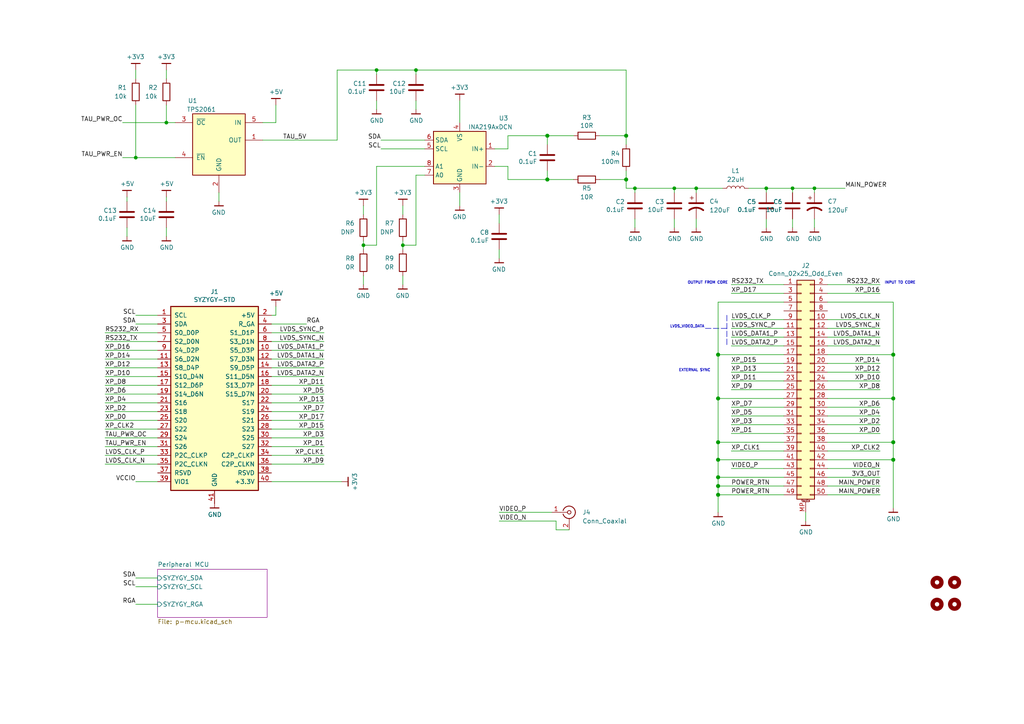
<source format=kicad_sch>
(kicad_sch (version 20201015) (generator eeschema)
  (paper "A4")
  (title_block (title "SYZYGY Tau2 Breakout") (date "2020-12-23") (rev "r1.0") (company "GsD - @gregdavill") (comment 1 "SYZYGY Pod"))
  (lib_symbols
    (symbol "Analog_ADC:INA219AxDCN"
      (property "Reference" "U" (at -6.35 8.89 0))
      (property "Value" "INA219AxDCN" (at 6.35 8.89 0))
      (symbol "INA219AxDCN_0_1"
        (rectangle (start -7.62 7.62) (end 7.62 -7.62) (stroke (width 0.254)) (fill (type background)))
      )
      (symbol "INA219AxDCN_1_1"
        (pin input line (at -10.16 2.54 0) (length 2.54) (name "IN+") (number "1"))
        (pin input line (at -10.16 -2.54 0) (length 2.54) (name "IN-") (number "2"))
        (pin power_in line (at 0 -10.16 90) (length 2.54) (name "GND") (number "3"))
        (pin power_in line (at 0 10.16 270) (length 2.54) (name "VS") (number "4"))
        (pin input line (at 10.16 2.54 180) (length 2.54) (name "SCL") (number "5"))
        (pin bidirectional line (at 10.16 5.08 180) (length 2.54) (name "SDA") (number "6"))
        (pin input line (at 10.16 -5.08 180) (length 2.54) (name "A0") (number "7"))
        (pin input line (at 10.16 -2.54 180) (length 2.54) (name "A1") (number "8"))
      )
    )
    (symbol "Connector:Conn_Coaxial" (pin_names (offset 1.016) hide)
      (property "Reference" "J" (at 0.254 3.048 0))
      (property "Value" "Conn_Coaxial" (at 2.921 0 90))
      (symbol "Conn_Coaxial_0_1"
        (arc (start -1.778 0.508) (end 1.778 0) (radius (at -0.0508 0) (length 1.8034) (angles 163.6 0)) (stroke (width 0.254)))
        (arc (start 1.778 0) (end -1.778 -0.508) (radius (at -0.0254 0) (length 1.8034) (angles 0 -163.8)) (stroke (width 0.254)))
        (circle (center 0 0) (radius 0.508) (stroke (width 0.2032)))
        (polyline (pts (xy -2.54 0) (xy -0.508 0)))
        (polyline (pts (xy 0 -2.54) (xy 0 -1.778)))
      )
      (symbol "Conn_Coaxial_1_1"
        (pin passive line (at -5.08 0 0) (length 2.54) (name "In") (number "1"))
        (pin passive line (at 0 -5.08 90) (length 2.54) (name "Ext") (number "2"))
      )
    )
    (symbol "Connector_Generic_MountingPin:Conn_02x25_Odd_Even_MountingPin" (pin_names (offset 1.016) hide)
      (property "Reference" "J" (at 1.27 33.02 0))
      (property "Value" "Conn_02x25_Odd_Even_MountingPin" (at 2.54 -33.02 0))
      (symbol "Conn_02x25_Odd_Even_MountingPin_1_1"
        (text "Mounting" (at 1.27 -32.131 0) (effects (font (size 0.381 0.381))))
        (rectangle (start -1.27 -27.813) (end 0 -28.067) (stroke (width 0.1524)))
        (rectangle (start -1.27 -30.353) (end 0 -30.607) (stroke (width 0.1524)))
        (rectangle (start -1.27 -4.953) (end 0 -5.207) (stroke (width 0.1524)))
        (rectangle (start -1.27 -7.493) (end 0 -7.747) (stroke (width 0.1524)))
        (rectangle (start -1.27 -10.033) (end 0 -10.287) (stroke (width 0.1524)))
        (rectangle (start -1.27 -12.573) (end 0 -12.827) (stroke (width 0.1524)))
        (rectangle (start -1.27 -15.113) (end 0 -15.367) (stroke (width 0.1524)))
        (rectangle (start -1.27 -17.653) (end 0 -17.907) (stroke (width 0.1524)))
        (rectangle (start -1.27 -20.193) (end 0 -20.447) (stroke (width 0.1524)))
        (rectangle (start -1.27 -22.733) (end 0 -22.987) (stroke (width 0.1524)))
        (rectangle (start -1.27 -2.413) (end 0 -2.667) (stroke (width 0.1524)))
        (rectangle (start -1.27 -25.273) (end 0 -25.527) (stroke (width 0.1524)))
        (rectangle (start -1.27 25.527) (end 0 25.273) (stroke (width 0.1524)))
        (rectangle (start -1.27 2.667) (end 0 2.413) (stroke (width 0.1524)))
        (rectangle (start -1.27 28.067) (end 0 27.813) (stroke (width 0.1524)))
        (rectangle (start -1.27 30.607) (end 0 30.353) (stroke (width 0.1524)))
        (rectangle (start -1.27 31.75) (end 3.81 -31.75) (stroke (width 0.254)) (fill (type background)))
        (rectangle (start -1.27 5.207) (end 0 4.953) (stroke (width 0.1524)))
        (rectangle (start -1.27 7.747) (end 0 7.493) (stroke (width 0.1524)))
        (rectangle (start -1.27 10.287) (end 0 10.033) (stroke (width 0.1524)))
        (rectangle (start -1.27 0.127) (end 0 -0.127) (stroke (width 0.1524)))
        (rectangle (start -1.27 12.827) (end 0 12.573) (stroke (width 0.1524)))
        (rectangle (start -1.27 15.367) (end 0 15.113) (stroke (width 0.1524)))
        (rectangle (start -1.27 17.907) (end 0 17.653) (stroke (width 0.1524)))
        (rectangle (start -1.27 20.447) (end 0 20.193) (stroke (width 0.1524)))
        (rectangle (start -1.27 22.987) (end 0 22.733) (stroke (width 0.1524)))
        (rectangle (start 3.81 -27.813) (end 2.54 -28.067) (stroke (width 0.1524)))
        (rectangle (start 3.81 -30.353) (end 2.54 -30.607) (stroke (width 0.1524)))
        (rectangle (start 3.81 -4.953) (end 2.54 -5.207) (stroke (width 0.1524)))
        (rectangle (start 3.81 -7.493) (end 2.54 -7.747) (stroke (width 0.1524)))
        (rectangle (start 3.81 -10.033) (end 2.54 -10.287) (stroke (width 0.1524)))
        (rectangle (start 3.81 -12.573) (end 2.54 -12.827) (stroke (width 0.1524)))
        (rectangle (start 3.81 -15.113) (end 2.54 -15.367) (stroke (width 0.1524)))
        (rectangle (start 3.81 -17.653) (end 2.54 -17.907) (stroke (width 0.1524)))
        (rectangle (start 3.81 -20.193) (end 2.54 -20.447) (stroke (width 0.1524)))
        (rectangle (start 3.81 -22.733) (end 2.54 -22.987) (stroke (width 0.1524)))
        (rectangle (start 3.81 -2.413) (end 2.54 -2.667) (stroke (width 0.1524)))
        (rectangle (start 3.81 -25.273) (end 2.54 -25.527) (stroke (width 0.1524)))
        (rectangle (start 3.81 25.527) (end 2.54 25.273) (stroke (width 0.1524)))
        (rectangle (start 3.81 2.667) (end 2.54 2.413) (stroke (width 0.1524)))
        (rectangle (start 3.81 28.067) (end 2.54 27.813) (stroke (width 0.1524)))
        (rectangle (start 3.81 30.607) (end 2.54 30.353) (stroke (width 0.1524)))
        (rectangle (start 3.81 5.207) (end 2.54 4.953) (stroke (width 0.1524)))
        (rectangle (start 3.81 7.747) (end 2.54 7.493) (stroke (width 0.1524)))
        (rectangle (start 3.81 10.287) (end 2.54 10.033) (stroke (width 0.1524)))
        (rectangle (start 3.81 0.127) (end 2.54 -0.127) (stroke (width 0.1524)))
        (rectangle (start 3.81 12.827) (end 2.54 12.573) (stroke (width 0.1524)))
        (rectangle (start 3.81 15.367) (end 2.54 15.113) (stroke (width 0.1524)))
        (rectangle (start 3.81 17.907) (end 2.54 17.653) (stroke (width 0.1524)))
        (rectangle (start 3.81 20.447) (end 2.54 20.193) (stroke (width 0.1524)))
        (rectangle (start 3.81 22.987) (end 2.54 22.733) (stroke (width 0.1524)))
        (polyline (pts (xy 0.254 -32.512) (xy 2.286 -32.512)) (stroke (width 0.1524)))
        (pin passive line (at 1.27 -35.56 90) (length 3.048) (name "MountPin") (number "MP"))
        (pin passive line (at -5.08 30.48 0) (length 3.81) (name "Pin_1") (number "1"))
        (pin passive line (at 7.62 20.32 180) (length 3.81) (name "Pin_10") (number "10"))
        (pin passive line (at -5.08 17.78 0) (length 3.81) (name "Pin_11") (number "11"))
        (pin passive line (at 7.62 17.78 180) (length 3.81) (name "Pin_12") (number "12"))
        (pin passive line (at -5.08 15.24 0) (length 3.81) (name "Pin_13") (number "13"))
        (pin passive line (at 7.62 15.24 180) (length 3.81) (name "Pin_14") (number "14"))
        (pin passive line (at -5.08 12.7 0) (length 3.81) (name "Pin_15") (number "15"))
        (pin passive line (at 7.62 12.7 180) (length 3.81) (name "Pin_16") (number "16"))
        (pin passive line (at -5.08 10.16 0) (length 3.81) (name "Pin_17") (number "17"))
        (pin passive line (at 7.62 10.16 180) (length 3.81) (name "Pin_18") (number "18"))
        (pin passive line (at -5.08 7.62 0) (length 3.81) (name "Pin_19") (number "19"))
        (pin passive line (at 7.62 30.48 180) (length 3.81) (name "Pin_2") (number "2"))
        (pin passive line (at 7.62 7.62 180) (length 3.81) (name "Pin_20") (number "20"))
        (pin passive line (at -5.08 5.08 0) (length 3.81) (name "Pin_21") (number "21"))
        (pin passive line (at 7.62 5.08 180) (length 3.81) (name "Pin_22") (number "22"))
        (pin passive line (at -5.08 2.54 0) (length 3.81) (name "Pin_23") (number "23"))
        (pin passive line (at 7.62 2.54 180) (length 3.81) (name "Pin_24") (number "24"))
        (pin passive line (at -5.08 0 0) (length 3.81) (name "Pin_25") (number "25"))
        (pin passive line (at 7.62 0 180) (length 3.81) (name "Pin_26") (number "26"))
        (pin passive line (at -5.08 -2.54 0) (length 3.81) (name "Pin_27") (number "27"))
        (pin passive line (at 7.62 -2.54 180) (length 3.81) (name "Pin_28") (number "28"))
        (pin passive line (at -5.08 -5.08 0) (length 3.81) (name "Pin_29") (number "29"))
        (pin passive line (at -5.08 27.94 0) (length 3.81) (name "Pin_3") (number "3"))
        (pin passive line (at 7.62 -5.08 180) (length 3.81) (name "Pin_30") (number "30"))
        (pin passive line (at -5.08 -7.62 0) (length 3.81) (name "Pin_31") (number "31"))
        (pin passive line (at 7.62 -7.62 180) (length 3.81) (name "Pin_32") (number "32"))
        (pin passive line (at -5.08 -10.16 0) (length 3.81) (name "Pin_33") (number "33"))
        (pin passive line (at 7.62 -10.16 180) (length 3.81) (name "Pin_34") (number "34"))
        (pin passive line (at -5.08 -12.7 0) (length 3.81) (name "Pin_35") (number "35"))
        (pin passive line (at 7.62 -12.7 180) (length 3.81) (name "Pin_36") (number "36"))
        (pin passive line (at -5.08 -15.24 0) (length 3.81) (name "Pin_37") (number "37"))
        (pin passive line (at 7.62 -15.24 180) (length 3.81) (name "Pin_38") (number "38"))
        (pin passive line (at -5.08 -17.78 0) (length 3.81) (name "Pin_39") (number "39"))
        (pin passive line (at 7.62 27.94 180) (length 3.81) (name "Pin_4") (number "4"))
        (pin passive line (at 7.62 -17.78 180) (length 3.81) (name "Pin_40") (number "40"))
        (pin passive line (at -5.08 -20.32 0) (length 3.81) (name "Pin_41") (number "41"))
        (pin passive line (at 7.62 -20.32 180) (length 3.81) (name "Pin_42") (number "42"))
        (pin passive line (at -5.08 -22.86 0) (length 3.81) (name "Pin_43") (number "43"))
        (pin passive line (at 7.62 -22.86 180) (length 3.81) (name "Pin_44") (number "44"))
        (pin passive line (at -5.08 -25.4 0) (length 3.81) (name "Pin_45") (number "45"))
        (pin passive line (at 7.62 -25.4 180) (length 3.81) (name "Pin_46") (number "46"))
        (pin passive line (at -5.08 -27.94 0) (length 3.81) (name "Pin_47") (number "47"))
        (pin passive line (at 7.62 -27.94 180) (length 3.81) (name "Pin_48") (number "48"))
        (pin passive line (at -5.08 -30.48 0) (length 3.81) (name "Pin_49") (number "49"))
        (pin passive line (at -5.08 25.4 0) (length 3.81) (name "Pin_5") (number "5"))
        (pin passive line (at 7.62 -30.48 180) (length 3.81) (name "Pin_50") (number "50"))
        (pin passive line (at 7.62 25.4 180) (length 3.81) (name "Pin_6") (number "6"))
        (pin passive line (at -5.08 22.86 0) (length 3.81) (name "Pin_7") (number "7"))
        (pin passive line (at 7.62 22.86 180) (length 3.81) (name "Pin_8") (number "8"))
        (pin passive line (at -5.08 20.32 0) (length 3.81) (name "Pin_9") (number "9"))
      )
    )
    (symbol "Device:C" (pin_numbers hide) (pin_names (offset 0.254))
      (property "Reference" "C" (at 0.635 2.54 0))
      (property "Value" "C" (at 0.635 -2.54 0))
      (symbol "C_0_1"
        (polyline (pts (xy -2.032 -0.762) (xy 2.032 -0.762)) (stroke (width 0.508)))
        (polyline (pts (xy -2.032 0.762) (xy 2.032 0.762)) (stroke (width 0.508)))
      )
      (symbol "C_1_1"
        (pin passive line (at 0 3.81 270) (length 2.794) (name "~") (number "1"))
        (pin passive line (at 0 -3.81 90) (length 2.794) (name "~") (number "2"))
      )
    )
    (symbol "Device:CP1" (pin_numbers hide) (pin_names (offset 0.254) hide)
      (property "Reference" "C" (at 0.635 2.54 0))
      (property "Value" "CP1" (at 0.635 -2.54 0))
      (symbol "CP1_0_1"
        (arc (start -2.032 -1.27) (end 2.032 -1.27) (radius (at 0 -3.81) (length 3.2512) (angles 128.7 51.3)) (stroke (width 0.508)))
        (polyline (pts (xy -2.032 0.762) (xy 2.032 0.762)) (stroke (width 0.508)))
        (polyline (pts (xy -1.778 2.286) (xy -0.762 2.286)))
        (polyline (pts (xy -1.27 1.778) (xy -1.27 2.794)))
      )
      (symbol "CP1_1_1"
        (pin passive line (at 0 3.81 270) (length 2.794) (name "~") (number "1"))
        (pin passive line (at 0 -3.81 90) (length 3.302) (name "~") (number "2"))
      )
    )
    (symbol "Device:L" (pin_numbers hide) (pin_names (offset 1.016) hide)
      (property "Reference" "L" (at -1.27 0 90))
      (property "Value" "L" (at 1.905 0 90))
      (symbol "L_0_1"
        (arc (start 0 -2.54) (end 0 -1.27) (radius (at 0 -1.905) (length 0.635) (angles -89.9 89.9)))
        (arc (start 0 -1.27) (end 0 0) (radius (at 0 -0.635) (length 0.635) (angles -89.9 89.9)))
        (arc (start 0 0) (end 0 1.27) (radius (at 0 0.635) (length 0.635) (angles -89.9 89.9)))
        (arc (start 0 1.27) (end 0 2.54) (radius (at 0 1.905) (length 0.635) (angles -89.9 89.9)))
      )
      (symbol "L_1_1"
        (pin passive line (at 0 3.81 270) (length 1.27) (name "1") (number "1"))
        (pin passive line (at 0 -3.81 90) (length 1.27) (name "2") (number "2"))
      )
    )
    (symbol "Device:R" (pin_numbers hide) (pin_names (offset 0))
      (property "Reference" "R" (at 2.032 0 90))
      (property "Value" "R" (at 0 0 90))
      (symbol "R_0_1"
        (rectangle (start -1.016 -2.54) (end 1.016 2.54) (stroke (width 0.254)))
      )
      (symbol "R_1_1"
        (pin passive line (at 0 3.81 270) (length 1.27) (name "~") (number "1"))
        (pin passive line (at 0 -3.81 90) (length 1.27) (name "~") (number "2"))
      )
    )
    (symbol "Mechanical:MountingHole" (pin_names (offset 1.016))
      (property "Reference" "H" (at 0 5.08 0))
      (property "Value" "MountingHole" (at 0 3.175 0))
      (symbol "MountingHole_0_1"
        (circle (center 0 0) (radius 1.27) (stroke (width 1.27)))
      )
    )
    (symbol "Power_Management:TPS2041B" (pin_names (offset 1.016))
      (property "Reference" "U" (at 0 10.795 0))
      (property "Value" "TPS2041B" (at 0 8.89 0))
      (symbol "TPS2041B_0_1"
        (rectangle (start -7.62 7.62) (end 7.62 -10.16) (stroke (width 0.254)) (fill (type background)))
      )
      (symbol "TPS2041B_1_1"
        (pin power_out line (at 12.7 0 180) (length 5.08) (name "OUT") (number "1"))
        (pin power_in line (at 0 -15.24 90) (length 5.08) (name "GND") (number "2"))
        (pin open_collector line (at -12.7 5.08 0) (length 5.08) (name "~OC") (number "3"))
        (pin input line (at -12.7 -5.08 0) (length 5.08) (name "~EN") (number "4"))
        (pin power_in line (at 12.7 5.08 180) (length 5.08) (name "IN") (number "5"))
      )
    )
    (symbol "gkl_power:+3V3" (power) (pin_names (offset 0))
      (property "Value" "+3V3" (at 0 3.556 0))
      (symbol "+3V3_0_1"
        (polyline (pts (xy -1.27 1.905) (xy 1.27 1.905)) (stroke (width 0.3048)))
        (polyline (pts (xy 0 0) (xy 0 1.905)))
      )
      (symbol "+3V3_1_1"
        (pin power_in line (at 0 0 90) (length 0) hide (name "+3V3") (number "1"))
      )
    )
    (symbol "gkl_power:+5V" (power) (pin_names (offset 0))
      (property "Value" "+5V" (at 0 3.175 0))
      (symbol "+5V_0_1"
        (polyline (pts (xy -1.27 1.905) (xy 1.27 1.905)) (stroke (width 0.3048)))
        (polyline (pts (xy 0 0) (xy 0 1.905)))
      )
      (symbol "+5V_1_1"
        (pin power_in line (at 0 0 90) (length 0) hide (name "+5V") (number "1"))
      )
    )
    (symbol "gkl_power:GND" (power) (pin_names (offset 0))
      (property "Value" "GND" (at 0 -2.54 0))
      (symbol "GND_0_1"
        (polyline (pts (xy 0 -1.27) (xy 0 0)))
        (polyline (pts (xy 1.27 -1.27) (xy -1.27 -1.27)) (stroke (width 0.3048)))
      )
      (symbol "GND_1_1"
        (pin power_in line (at 0 0 270) (length 0) hide (name "GND") (number "1"))
      )
    )
    (symbol "gsd-kicad:SYZYGY-STD" (pin_names (offset 1.016))
      (property "Reference" "J" (at 0 27.94 0))
      (property "Value" "SYZYGY-STD" (at 0 25.4 0))
      (symbol "SYZYGY-STD_0_1"
        (rectangle (start -12.7 24.13) (end 12.7 -29.21) (stroke (width 0.3302)) (fill (type background)))
      )
      (symbol "SYZYGY-STD_1_1"
        (pin input line (at -16.51 21.59 0) (length 3.81) (name "SCL") (number "1"))
        (pin input line (at 16.51 11.43 180) (length 3.81) (name "S5_D3P") (number "10"))
        (pin input line (at -16.51 8.89 0) (length 3.81) (name "S6_D2N") (number "11"))
        (pin input line (at 16.51 8.89 180) (length 3.81) (name "S7_D3N") (number "12"))
        (pin input line (at -16.51 6.35 0) (length 3.81) (name "S8_D4P") (number "13"))
        (pin input line (at 16.51 6.35 180) (length 3.81) (name "S9_D5P") (number "14"))
        (pin input line (at -16.51 3.81 0) (length 3.81) (name "S10_D4N") (number "15"))
        (pin input line (at 16.51 3.81 180) (length 3.81) (name "S11_D5N") (number "16"))
        (pin input line (at -16.51 1.27 0) (length 3.81) (name "S12_D6P") (number "17"))
        (pin input line (at 16.51 1.27 180) (length 3.81) (name "S13_D7P") (number "18"))
        (pin input line (at -16.51 -1.27 0) (length 3.81) (name "S14_D6N") (number "19"))
        (pin input line (at 16.51 21.59 180) (length 3.81) (name "+5V") (number "2"))
        (pin input line (at 16.51 -1.27 180) (length 3.81) (name "S15_D7N") (number "20"))
        (pin input line (at -16.51 -3.81 0) (length 3.81) (name "S16") (number "21"))
        (pin input line (at 16.51 -3.81 180) (length 3.81) (name "S17") (number "22"))
        (pin input line (at -16.51 -6.35 0) (length 3.81) (name "S18") (number "23"))
        (pin input line (at 16.51 -6.35 180) (length 3.81) (name "S19") (number "24"))
        (pin input line (at -16.51 -8.89 0) (length 3.81) (name "S20") (number "25"))
        (pin input line (at 16.51 -8.89 180) (length 3.81) (name "S21") (number "26"))
        (pin input line (at -16.51 -11.43 0) (length 3.81) (name "S22") (number "27"))
        (pin input line (at 16.51 -11.43 180) (length 3.81) (name "S23") (number "28"))
        (pin input line (at -16.51 -13.97 0) (length 3.81) (name "S24") (number "29"))
        (pin input line (at -16.51 19.05 0) (length 3.81) (name "SDA") (number "3"))
        (pin input line (at 16.51 -13.97 180) (length 3.81) (name "S25") (number "30"))
        (pin input line (at -16.51 -16.51 0) (length 3.81) (name "S26") (number "31"))
        (pin input line (at 16.51 -16.51 180) (length 3.81) (name "S27") (number "32"))
        (pin input line (at -16.51 -19.05 0) (length 3.81) (name "P2C_CLKP") (number "33"))
        (pin input line (at 16.51 -19.05 180) (length 3.81) (name "C2P_CLKP") (number "34"))
        (pin input line (at -16.51 -21.59 0) (length 3.81) (name "P2C_CLKN") (number "35"))
        (pin input line (at 16.51 -21.59 180) (length 3.81) (name "C2P_CLKN") (number "36"))
        (pin input line (at -16.51 -24.13 0) (length 3.81) (name "RSVD") (number "37"))
        (pin input line (at 16.51 -24.13 180) (length 3.81) (name "RSVD") (number "38"))
        (pin input line (at -16.51 -26.67 0) (length 3.81) (name "VIO1") (number "39"))
        (pin input line (at 16.51 19.05 180) (length 3.81) (name "R_GA") (number "4"))
        (pin input line (at 16.51 -26.67 180) (length 3.81) (name "+3.3V") (number "40"))
        (pin input line (at 0 -33.02 90) (length 3.81) (name "GND") (number "41"))
        (pin input line (at -16.51 16.51 0) (length 3.81) (name "S0_D0P") (number "5"))
        (pin input line (at 16.51 16.51 180) (length 3.81) (name "S1_D1P") (number "6"))
        (pin input line (at -16.51 13.97 0) (length 3.81) (name "S2_D0N") (number "7"))
        (pin input line (at 16.51 13.97 180) (length 3.81) (name "S3_D1N") (number "8"))
        (pin input line (at -16.51 11.43 0) (length 3.81) (name "S4_D2P") (number "9"))
      )
    )
  )
  (bus_alias "GPDI" (members "CK_N" "CK_P" "D0_N" "D0_P" "D1_N" "D1_P" "D2_N" "D2_P"))
  (junction (at 39.37 45.72) (diameter 0.9144))
  (junction (at 48.26 35.56) (diameter 0.9144))
  (junction (at 105.41 71.12) (diameter 0.9144))
  (junction (at 109.22 20.32) (diameter 0.9144))
  (junction (at 116.84 71.12) (diameter 0.9144))
  (junction (at 120.65 20.32) (diameter 0.9144))
  (junction (at 158.75 39.37) (diameter 1.016))
  (junction (at 158.75 52.07) (diameter 1.016))
  (junction (at 181.61 39.37) (diameter 1.016))
  (junction (at 181.61 52.07) (diameter 1.016))
  (junction (at 184.15 54.61) (diameter 0.9144))
  (junction (at 195.58 54.61) (diameter 0.9144))
  (junction (at 201.93 54.61) (diameter 0.9144))
  (junction (at 208.28 102.87) (diameter 1.016))
  (junction (at 208.28 115.57) (diameter 1.016))
  (junction (at 208.28 128.27) (diameter 1.016))
  (junction (at 208.28 133.35) (diameter 1.016))
  (junction (at 208.28 138.43) (diameter 1.016))
  (junction (at 208.28 140.97) (diameter 1.016))
  (junction (at 208.28 143.51) (diameter 1.016))
  (junction (at 222.25 54.61) (diameter 0.9144))
  (junction (at 229.87 54.61) (diameter 0.9144))
  (junction (at 236.22 54.61) (diameter 0.9144))
  (junction (at 259.08 102.87) (diameter 1.016))
  (junction (at 259.08 115.57) (diameter 1.016))
  (junction (at 259.08 128.27) (diameter 1.016))
  (junction (at 259.08 133.35) (diameter 1.016))
  (wire (pts (xy 30.48 96.52) (xy 45.72 96.52)))
  (wire (pts (xy 30.48 127) (xy 45.72 127)))
  (wire (pts (xy 30.48 129.54) (xy 45.72 129.54)))
  (wire (pts (xy 35.56 35.56) (xy 48.26 35.56)))
  (wire (pts (xy 35.56 45.72) (xy 39.37 45.72)))
  (wire (pts (xy 36.83 57.15) (xy 36.83 58.42)))
  (wire (pts (xy 36.83 66.04) (xy 36.83 68.58)))
  (wire (pts (xy 39.37 20.32) (xy 39.37 22.86)))
  (wire (pts (xy 39.37 30.48) (xy 39.37 45.72)))
  (wire (pts (xy 39.37 45.72) (xy 50.8 45.72)))
  (wire (pts (xy 45.72 91.44) (xy 39.37 91.44)))
  (wire (pts (xy 45.72 93.98) (xy 39.37 93.98)))
  (wire (pts (xy 45.72 99.06) (xy 30.48 99.06)))
  (wire (pts (xy 45.72 101.6) (xy 30.48 101.6)))
  (wire (pts (xy 45.72 104.14) (xy 30.48 104.14)))
  (wire (pts (xy 45.72 106.68) (xy 30.48 106.68)))
  (wire (pts (xy 45.72 109.22) (xy 30.48 109.22)))
  (wire (pts (xy 45.72 111.76) (xy 30.48 111.76)))
  (wire (pts (xy 45.72 114.3) (xy 30.48 114.3)))
  (wire (pts (xy 45.72 116.84) (xy 30.48 116.84)))
  (wire (pts (xy 45.72 119.38) (xy 30.48 119.38)))
  (wire (pts (xy 45.72 121.92) (xy 30.48 121.92)))
  (wire (pts (xy 45.72 124.46) (xy 30.48 124.46)))
  (wire (pts (xy 45.72 132.08) (xy 30.48 132.08)))
  (wire (pts (xy 45.72 134.62) (xy 30.48 134.62)))
  (wire (pts (xy 45.72 139.7) (xy 39.37 139.7)))
  (wire (pts (xy 45.72 167.64) (xy 39.37 167.64)))
  (wire (pts (xy 45.72 170.18) (xy 39.37 170.18)))
  (wire (pts (xy 45.72 175.26) (xy 39.37 175.26)))
  (wire (pts (xy 48.26 20.32) (xy 48.26 22.86)))
  (wire (pts (xy 48.26 30.48) (xy 48.26 35.56)))
  (wire (pts (xy 48.26 35.56) (xy 50.8 35.56)))
  (wire (pts (xy 48.26 57.15) (xy 48.26 58.42)))
  (wire (pts (xy 48.26 66.04) (xy 48.26 68.58)))
  (wire (pts (xy 63.5 55.88) (xy 63.5 58.42)))
  (wire (pts (xy 76.2 35.56) (xy 80.01 35.56)))
  (wire (pts (xy 76.2 40.64) (xy 97.79 40.64)))
  (wire (pts (xy 78.74 91.44) (xy 80.01 91.44)))
  (wire (pts (xy 78.74 93.98) (xy 88.9 93.98)))
  (wire (pts (xy 78.74 96.52) (xy 93.98 96.52)))
  (wire (pts (xy 78.74 99.06) (xy 93.98 99.06)))
  (wire (pts (xy 78.74 101.6) (xy 93.98 101.6)))
  (wire (pts (xy 78.74 104.14) (xy 93.98 104.14)))
  (wire (pts (xy 78.74 106.68) (xy 93.98 106.68)))
  (wire (pts (xy 78.74 109.22) (xy 93.98 109.22)))
  (wire (pts (xy 78.74 111.76) (xy 93.98 111.76)))
  (wire (pts (xy 78.74 114.3) (xy 93.98 114.3)))
  (wire (pts (xy 78.74 116.84) (xy 93.98 116.84)))
  (wire (pts (xy 78.74 119.38) (xy 93.98 119.38)))
  (wire (pts (xy 78.74 121.92) (xy 93.98 121.92)))
  (wire (pts (xy 78.74 124.46) (xy 93.98 124.46)))
  (wire (pts (xy 78.74 127) (xy 93.98 127)))
  (wire (pts (xy 78.74 129.54) (xy 93.98 129.54)))
  (wire (pts (xy 78.74 132.08) (xy 93.98 132.08)))
  (wire (pts (xy 78.74 134.62) (xy 93.98 134.62)))
  (wire (pts (xy 78.74 139.7) (xy 99.06 139.7)))
  (wire (pts (xy 80.01 30.48) (xy 80.01 35.56)))
  (wire (pts (xy 80.01 91.44) (xy 80.01 88.9)))
  (wire (pts (xy 97.79 20.32) (xy 109.22 20.32)))
  (wire (pts (xy 97.79 40.64) (xy 97.79 20.32)))
  (wire (pts (xy 105.41 59.69) (xy 105.41 62.23)))
  (wire (pts (xy 105.41 69.85) (xy 105.41 71.12)))
  (wire (pts (xy 105.41 71.12) (xy 105.41 72.39)))
  (wire (pts (xy 105.41 71.12) (xy 109.22 71.12)))
  (wire (pts (xy 105.41 80.01) (xy 105.41 82.55)))
  (wire (pts (xy 109.22 20.32) (xy 109.22 21.59)))
  (wire (pts (xy 109.22 20.32) (xy 120.65 20.32)))
  (wire (pts (xy 109.22 29.21) (xy 109.22 31.75)))
  (wire (pts (xy 109.22 48.26) (xy 123.19 48.26)))
  (wire (pts (xy 109.22 71.12) (xy 109.22 48.26)))
  (wire (pts (xy 116.84 59.69) (xy 116.84 62.23)))
  (wire (pts (xy 116.84 69.85) (xy 116.84 71.12)))
  (wire (pts (xy 116.84 71.12) (xy 116.84 72.39)))
  (wire (pts (xy 116.84 71.12) (xy 120.65 71.12)))
  (wire (pts (xy 116.84 80.01) (xy 116.84 82.55)))
  (wire (pts (xy 120.65 20.32) (xy 120.65 21.59)))
  (wire (pts (xy 120.65 20.32) (xy 181.61 20.32)))
  (wire (pts (xy 120.65 29.21) (xy 120.65 31.75)))
  (wire (pts (xy 120.65 50.8) (xy 123.19 50.8)))
  (wire (pts (xy 120.65 71.12) (xy 120.65 50.8)))
  (wire (pts (xy 123.19 40.64) (xy 110.49 40.64)))
  (wire (pts (xy 123.19 43.18) (xy 110.49 43.18)))
  (wire (pts (xy 133.35 35.56) (xy 133.35 29.21)))
  (wire (pts (xy 133.35 59.69) (xy 133.35 55.88)))
  (wire (pts (xy 144.78 64.77) (xy 144.78 62.23)))
  (wire (pts (xy 144.78 74.93) (xy 144.78 72.39)))
  (wire (pts (xy 144.78 151.13) (xy 161.29 151.13)))
  (wire (pts (xy 147.32 39.37) (xy 158.75 39.37)))
  (wire (pts (xy 147.32 43.18) (xy 143.51 43.18)))
  (wire (pts (xy 147.32 43.18) (xy 147.32 39.37)))
  (wire (pts (xy 147.32 48.26) (xy 143.51 48.26)))
  (wire (pts (xy 147.32 48.26) (xy 147.32 52.07)))
  (wire (pts (xy 147.32 52.07) (xy 158.75 52.07)))
  (wire (pts (xy 158.75 41.91) (xy 158.75 39.37)))
  (wire (pts (xy 158.75 49.53) (xy 158.75 52.07)))
  (wire (pts (xy 160.02 148.59) (xy 144.78 148.59)))
  (wire (pts (xy 161.29 151.13) (xy 161.29 153.67)))
  (wire (pts (xy 161.29 153.67) (xy 165.1 153.67)))
  (wire (pts (xy 166.37 39.37) (xy 158.75 39.37)))
  (wire (pts (xy 166.37 52.07) (xy 158.75 52.07)))
  (wire (pts (xy 181.61 20.32) (xy 181.61 39.37)))
  (wire (pts (xy 181.61 39.37) (xy 173.99 39.37)))
  (wire (pts (xy 181.61 39.37) (xy 181.61 41.91)))
  (wire (pts (xy 181.61 52.07) (xy 173.99 52.07)))
  (wire (pts (xy 181.61 52.07) (xy 181.61 49.53)))
  (wire (pts (xy 181.61 52.07) (xy 181.61 54.61)))
  (wire (pts (xy 181.61 54.61) (xy 184.15 54.61)))
  (wire (pts (xy 184.15 54.61) (xy 184.15 55.88)))
  (wire (pts (xy 184.15 54.61) (xy 195.58 54.61)))
  (wire (pts (xy 184.15 63.5) (xy 184.15 66.04)))
  (wire (pts (xy 195.58 54.61) (xy 195.58 55.88)))
  (wire (pts (xy 195.58 54.61) (xy 201.93 54.61)))
  (wire (pts (xy 195.58 63.5) (xy 195.58 66.04)))
  (wire (pts (xy 201.93 54.61) (xy 201.93 55.88)))
  (wire (pts (xy 201.93 54.61) (xy 209.55 54.61)))
  (wire (pts (xy 201.93 63.5) (xy 201.93 66.04)))
  (wire (pts (xy 208.28 87.63) (xy 208.28 102.87)))
  (wire (pts (xy 208.28 87.63) (xy 227.33 87.63)))
  (wire (pts (xy 208.28 102.87) (xy 208.28 115.57)))
  (wire (pts (xy 208.28 102.87) (xy 227.33 102.87)))
  (wire (pts (xy 208.28 115.57) (xy 208.28 128.27)))
  (wire (pts (xy 208.28 115.57) (xy 227.33 115.57)))
  (wire (pts (xy 208.28 128.27) (xy 208.28 133.35)))
  (wire (pts (xy 208.28 128.27) (xy 227.33 128.27)))
  (wire (pts (xy 208.28 133.35) (xy 208.28 138.43)))
  (wire (pts (xy 208.28 133.35) (xy 227.33 133.35)))
  (wire (pts (xy 208.28 138.43) (xy 208.28 140.97)))
  (wire (pts (xy 208.28 138.43) (xy 227.33 138.43)))
  (wire (pts (xy 208.28 140.97) (xy 208.28 143.51)))
  (wire (pts (xy 208.28 140.97) (xy 227.33 140.97)))
  (wire (pts (xy 208.28 143.51) (xy 208.28 148.59)))
  (wire (pts (xy 208.28 143.51) (xy 227.33 143.51)))
  (wire (pts (xy 222.25 54.61) (xy 217.17 54.61)))
  (wire (pts (xy 222.25 54.61) (xy 222.25 55.88)))
  (wire (pts (xy 222.25 54.61) (xy 229.87 54.61)))
  (wire (pts (xy 222.25 63.5) (xy 222.25 66.04)))
  (wire (pts (xy 227.33 82.55) (xy 212.09 82.55)))
  (wire (pts (xy 227.33 85.09) (xy 212.09 85.09)))
  (wire (pts (xy 227.33 92.71) (xy 212.09 92.71)))
  (wire (pts (xy 227.33 95.25) (xy 212.09 95.25)))
  (wire (pts (xy 227.33 97.79) (xy 212.09 97.79)))
  (wire (pts (xy 227.33 100.33) (xy 212.09 100.33)))
  (wire (pts (xy 227.33 105.41) (xy 212.09 105.41)))
  (wire (pts (xy 227.33 107.95) (xy 212.09 107.95)))
  (wire (pts (xy 227.33 110.49) (xy 212.09 110.49)))
  (wire (pts (xy 227.33 113.03) (xy 212.09 113.03)))
  (wire (pts (xy 227.33 118.11) (xy 212.09 118.11)))
  (wire (pts (xy 227.33 120.65) (xy 212.09 120.65)))
  (wire (pts (xy 227.33 123.19) (xy 212.09 123.19)))
  (wire (pts (xy 227.33 125.73) (xy 212.09 125.73)))
  (wire (pts (xy 227.33 130.81) (xy 212.09 130.81)))
  (wire (pts (xy 227.33 135.89) (xy 212.09 135.89)))
  (wire (pts (xy 229.87 54.61) (xy 229.87 55.88)))
  (wire (pts (xy 229.87 54.61) (xy 236.22 54.61)))
  (wire (pts (xy 229.87 63.5) (xy 229.87 66.04)))
  (wire (pts (xy 233.68 148.59) (xy 233.68 151.13)))
  (wire (pts (xy 236.22 54.61) (xy 236.22 55.88)))
  (wire (pts (xy 236.22 54.61) (xy 245.11 54.61)))
  (wire (pts (xy 236.22 63.5) (xy 236.22 66.04)))
  (wire (pts (xy 240.03 85.09) (xy 255.27 85.09)))
  (wire (pts (xy 240.03 87.63) (xy 259.08 87.63)))
  (wire (pts (xy 240.03 92.71) (xy 255.27 92.71)))
  (wire (pts (xy 240.03 95.25) (xy 255.27 95.25)))
  (wire (pts (xy 240.03 97.79) (xy 255.27 97.79)))
  (wire (pts (xy 240.03 100.33) (xy 255.27 100.33)))
  (wire (pts (xy 240.03 102.87) (xy 259.08 102.87)))
  (wire (pts (xy 240.03 105.41) (xy 255.27 105.41)))
  (wire (pts (xy 240.03 107.95) (xy 255.27 107.95)))
  (wire (pts (xy 240.03 110.49) (xy 255.27 110.49)))
  (wire (pts (xy 240.03 113.03) (xy 255.27 113.03)))
  (wire (pts (xy 240.03 115.57) (xy 259.08 115.57)))
  (wire (pts (xy 240.03 118.11) (xy 255.27 118.11)))
  (wire (pts (xy 240.03 120.65) (xy 255.27 120.65)))
  (wire (pts (xy 240.03 123.19) (xy 255.27 123.19)))
  (wire (pts (xy 240.03 125.73) (xy 255.27 125.73)))
  (wire (pts (xy 240.03 128.27) (xy 259.08 128.27)))
  (wire (pts (xy 240.03 130.81) (xy 255.27 130.81)))
  (wire (pts (xy 240.03 133.35) (xy 259.08 133.35)))
  (wire (pts (xy 240.03 135.89) (xy 255.27 135.89)))
  (wire (pts (xy 240.03 138.43) (xy 255.27 138.43)))
  (wire (pts (xy 240.03 140.97) (xy 255.27 140.97)))
  (wire (pts (xy 240.03 143.51) (xy 255.27 143.51)))
  (wire (pts (xy 255.27 82.55) (xy 240.03 82.55)))
  (wire (pts (xy 259.08 87.63) (xy 259.08 102.87)))
  (wire (pts (xy 259.08 102.87) (xy 259.08 115.57)))
  (wire (pts (xy 259.08 115.57) (xy 259.08 128.27)))
  (wire (pts (xy 259.08 128.27) (xy 259.08 133.35)))
  (wire (pts (xy 259.08 133.35) (xy 259.08 147.32)))
  (polyline (pts (xy 210.82 91.44) (xy 210.82 100.33)) (stroke (width 0) (type dash)))
  (polyline (pts (xy 210.82 95.25) (xy 204.47 95.25)) (stroke (width 0) (type dash)))
  (text "LVDS_VIDEO_DATA" (at 194.31 95.25 0) (effects (font (size 0.762 0.762)) (justify left bottom)))
  (text "EXTERNAL SYNC" (at 196.85 107.95 0) (effects (font (size 0.762 0.762)) (justify left bottom)))
  (text "OUTPUT FROM CORE" (at 199.39 82.55 0) (effects (font (size 0.762 0.762)) (justify left bottom)))
  (text "INPUT TO CORE" (at 256.54 82.55 0) (effects (font (size 0.762 0.762)) (justify left bottom)))
  (label "RS232_RX" (at 30.48 96.52 0))
  (label "RS232_TX" (at 30.48 99.06 0))
  (label "XP_D16" (at 30.48 101.6 0))
  (label "XP_D14" (at 30.48 104.14 0))
  (label "XP_D12" (at 30.48 106.68 0))
  (label "XP_D10" (at 30.48 109.22 0))
  (label "XP_D8" (at 30.48 111.76 0))
  (label "XP_D6" (at 30.48 114.3 0))
  (label "XP_D4" (at 30.48 116.84 0))
  (label "XP_D2" (at 30.48 119.38 0))
  (label "XP_D0" (at 30.48 121.92 0))
  (label "XP_CLK2" (at 30.48 124.46 0))
  (label "TAU_PWR_OC" (at 30.48 127 0))
  (label "TAU_PWR_EN" (at 30.48 129.54 0))
  (label "LVDS_CLK_P" (at 30.48 132.08 0))
  (label "LVDS_CLK_N" (at 30.48 134.62 0))
  (label "TAU_PWR_OC" (at 35.56 35.56 180))
  (label "TAU_PWR_EN" (at 35.56 45.72 180))
  (label "SCL" (at 39.37 91.44 180))
  (label "SDA" (at 39.37 93.98 180))
  (label "VCCIO" (at 39.37 139.7 180))
  (label "SDA" (at 39.37 167.64 180))
  (label "SCL" (at 39.37 170.18 180))
  (label "RGA" (at 39.37 175.26 180))
  (label "TAU_5V" (at 88.9 40.64 180))
  (label "RGA" (at 88.9 93.98 0))
  (label "LVDS_SYNC_P" (at 93.98 96.52 180))
  (label "LVDS_SYNC_N" (at 93.98 99.06 180))
  (label "LVDS_DATA1_P" (at 93.98 101.6 180))
  (label "LVDS_DATA1_N" (at 93.98 104.14 180))
  (label "LVDS_DATA2_P" (at 93.98 106.68 180))
  (label "LVDS_DATA2_N" (at 93.98 109.22 180))
  (label "XP_D11" (at 93.98 111.76 180))
  (label "XP_D5" (at 93.98 114.3 180))
  (label "XP_D13" (at 93.98 116.84 180))
  (label "XP_D7" (at 93.98 119.38 180))
  (label "XP_D17" (at 93.98 121.92 180))
  (label "XP_D15" (at 93.98 124.46 180))
  (label "XP_D3" (at 93.98 127 180))
  (label "XP_D1" (at 93.98 129.54 180))
  (label "XP_CLK1" (at 93.98 132.08 180))
  (label "XP_D9" (at 93.98 134.62 180))
  (label "SDA" (at 110.49 40.64 180))
  (label "SCL" (at 110.49 43.18 180))
  (label "VIDEO_P" (at 144.78 148.59 0))
  (label "VIDEO_N" (at 144.78 151.13 0))
  (label "RS232_TX" (at 212.09 82.55 0))
  (label "XP_D17" (at 212.09 85.09 0))
  (label "LVDS_CLK_P" (at 212.09 92.71 0))
  (label "LVDS_SYNC_P" (at 212.09 95.25 0))
  (label "LVDS_DATA1_P" (at 212.09 97.79 0))
  (label "LVDS_DATA2_P" (at 212.09 100.33 0))
  (label "XP_D15" (at 212.09 105.41 0))
  (label "XP_D13" (at 212.09 107.95 0))
  (label "XP_D11" (at 212.09 110.49 0))
  (label "XP_D9" (at 212.09 113.03 0))
  (label "XP_D7" (at 212.09 118.11 0))
  (label "XP_D5" (at 212.09 120.65 0))
  (label "XP_D3" (at 212.09 123.19 0))
  (label "XP_D1" (at 212.09 125.73 0))
  (label "XP_CLK1" (at 212.09 130.81 0))
  (label "VIDEO_P" (at 212.09 135.89 0))
  (label "POWER_RTN" (at 212.09 140.97 0))
  (label "POWER_RTN" (at 212.09 143.51 0))
  (label "MAIN_POWER" (at 245.11 54.61 0))
  (label "RS232_RX" (at 255.27 82.55 180))
  (label "XP_D16" (at 255.27 85.09 180))
  (label "LVDS_CLK_N" (at 255.27 92.71 180))
  (label "LVDS_SYNC_N" (at 255.27 95.25 180))
  (label "LVDS_DATA1_N" (at 255.27 97.79 180))
  (label "LVDS_DATA2_N" (at 255.27 100.33 180))
  (label "XP_D14" (at 255.27 105.41 180))
  (label "XP_D12" (at 255.27 107.95 180))
  (label "XP_D10" (at 255.27 110.49 180))
  (label "XP_D8" (at 255.27 113.03 180))
  (label "XP_D6" (at 255.27 118.11 180))
  (label "XP_D4" (at 255.27 120.65 180))
  (label "XP_D2" (at 255.27 123.19 180))
  (label "XP_D0" (at 255.27 125.73 180))
  (label "XP_CLK2" (at 255.27 130.81 180))
  (label "VIDEO_N" (at 255.27 135.89 180))
  (label "3V3_OUT" (at 255.27 138.43 180))
  (label "MAIN_POWER" (at 255.27 140.97 180))
  (label "MAIN_POWER" (at 255.27 143.51 180))
  (symbol (lib_id "gkl_power:GND") (at 36.83 68.58 0) (unit 1)
    (property "Reference" "#PWR0129" (effects hide))
    (property "Value" "GND" (at 36.9062 71.7804 0))
  )
  (symbol (lib_id "gkl_power:GND") (at 48.26 68.58 0) (unit 1)
    (property "Reference" "#PWR0130" (effects hide))
    (property "Value" "GND" (at 48.3362 71.7804 0))
  )
  (symbol (lib_id "gkl_power:GND") (at 62.23 146.05 0) (unit 1)
    (property "Reference" "#PWR0104" (effects hide))
    (property "Value" "GND" (at 62.3062 149.2504 0))
  )
  (symbol (lib_id "gkl_power:GND") (at 63.5 58.42 0) (mirror y) (unit 1)
    (property "Reference" "#PWR0121" (effects hide))
    (property "Value" "GND" (at 63.4238 61.6204 0))
  )
  (symbol (lib_id "gkl_power:GND") (at 105.41 82.55 0) (mirror y) (unit 1)
    (property "Reference" "#PWR0118" (effects hide))
    (property "Value" "GND" (at 105.3338 85.7504 0))
  )
  (symbol (lib_id "gkl_power:GND") (at 109.22 31.75 0) (unit 1)
    (property "Reference" "#PWR0126" (effects hide))
    (property "Value" "GND" (at 109.2962 34.9504 0))
  )
  (symbol (lib_id "gkl_power:GND") (at 116.84 82.55 0) (mirror y) (unit 1)
    (property "Reference" "#PWR0117" (effects hide))
    (property "Value" "GND" (at 116.7638 85.7504 0))
  )
  (symbol (lib_id "gkl_power:GND") (at 120.65 31.75 0) (unit 1)
    (property "Reference" "#PWR0125" (effects hide))
    (property "Value" "GND" (at 120.7262 34.9504 0))
  )
  (symbol (lib_id "gkl_power:GND") (at 133.35 59.69 0) (mirror y) (unit 1)
    (property "Reference" "#PWR0114" (effects hide))
    (property "Value" "GND" (at 133.2738 62.8904 0))
  )
  (symbol (lib_id "gkl_power:GND") (at 144.78 74.93 0) (mirror y) (unit 1)
    (property "Reference" "#PWR0106" (effects hide))
    (property "Value" "GND" (at 144.7038 78.1304 0))
  )
  (symbol (lib_id "gkl_power:GND") (at 184.15 66.04 0) (unit 1)
    (property "Reference" "#PWR0111" (effects hide))
    (property "Value" "GND" (at 184.2262 69.2404 0))
  )
  (symbol (lib_id "gkl_power:GND") (at 195.58 66.04 0) (unit 1)
    (property "Reference" "#PWR0112" (effects hide))
    (property "Value" "GND" (at 195.6562 69.2404 0))
  )
  (symbol (lib_id "gkl_power:GND") (at 201.93 66.04 0) (unit 1)
    (property "Reference" "#PWR0110" (effects hide))
    (property "Value" "GND" (at 202.0062 69.2404 0))
  )
  (symbol (lib_id "gkl_power:GND") (at 208.28 148.59 0) (unit 1)
    (property "Reference" "#PWR0113" (effects hide))
    (property "Value" "GND" (at 208.3562 151.7904 0))
  )
  (symbol (lib_id "gkl_power:GND") (at 222.25 66.04 0) (unit 1)
    (property "Reference" "#PWR0108" (effects hide))
    (property "Value" "GND" (at 222.3262 69.2404 0))
  )
  (symbol (lib_id "gkl_power:GND") (at 229.87 66.04 0) (unit 1)
    (property "Reference" "#PWR0107" (effects hide))
    (property "Value" "GND" (at 229.9462 69.2404 0))
  )
  (symbol (lib_id "gkl_power:GND") (at 233.68 151.13 0) (unit 1)
    (property "Reference" "#PWR0124" (effects hide))
    (property "Value" "GND" (at 233.7562 154.3304 0))
  )
  (symbol (lib_id "gkl_power:GND") (at 236.22 66.04 0) (unit 1)
    (property "Reference" "#PWR0109" (effects hide))
    (property "Value" "GND" (at 236.2962 69.2404 0))
  )
  (symbol (lib_id "gkl_power:GND") (at 259.08 147.32 0) (unit 1)
    (property "Reference" "#PWR0101" (effects hide))
    (property "Value" "GND" (at 259.1562 150.5204 0))
  )
  (symbol (lib_id "gkl_power:+5V") (at 36.83 57.15 0) (unit 1)
    (property "Reference" "#PWR0127" (effects hide))
    (property "Value" "+5V" (at 36.9062 53.3146 0))
  )
  (symbol (lib_id "gkl_power:+3V3") (at 39.37 20.32 0) (mirror y) (unit 1)
    (property "Reference" "#PWR0122" (effects hide))
    (property "Value" "+3V3" (at 39.2938 16.4846 0))
  )
  (symbol (lib_id "gkl_power:+3V3") (at 48.26 20.32 0) (mirror y) (unit 1)
    (property "Reference" "#PWR0123" (effects hide))
    (property "Value" "+3V3" (at 48.1838 16.4846 0))
  )
  (symbol (lib_id "gkl_power:+5V") (at 48.26 57.15 0) (unit 1)
    (property "Reference" "#PWR0128" (effects hide))
    (property "Value" "+5V" (at 48.3362 53.3146 0))
  )
  (symbol (lib_id "gkl_power:+5V") (at 80.01 30.48 0) (unit 1)
    (property "Reference" "#PWR0120" (effects hide))
    (property "Value" "+5V" (at 80.0862 26.6446 0))
  )
  (symbol (lib_id "gkl_power:+5V") (at 80.01 88.9 0) (unit 1)
    (property "Reference" "#PWR0102" (effects hide))
    (property "Value" "+5V" (at 80.0862 85.0646 0))
  )
  (symbol (lib_id "gkl_power:+3V3") (at 99.06 139.7 270) (unit 1)
    (property "Reference" "#PWR0103" (effects hide))
    (property "Value" "+3V3" (at 102.8954 139.7762 0))
  )
  (symbol (lib_id "gkl_power:+3V3") (at 105.41 59.69 0) (mirror y) (unit 1)
    (property "Reference" "#PWR0115" (effects hide))
    (property "Value" "+3V3" (at 105.3338 55.8546 0))
  )
  (symbol (lib_id "gkl_power:+3V3") (at 116.84 59.69 0) (mirror y) (unit 1)
    (property "Reference" "#PWR0116" (effects hide))
    (property "Value" "+3V3" (at 116.7638 55.8546 0))
  )
  (symbol (lib_id "gkl_power:+3V3") (at 133.35 29.21 0) (mirror y) (unit 1)
    (property "Reference" "#PWR0119" (effects hide))
    (property "Value" "+3V3" (at 133.2738 25.3746 0))
  )
  (symbol (lib_id "gkl_power:+3V3") (at 144.78 62.23 0) (mirror y) (unit 1)
    (property "Reference" "#PWR0105" (effects hide))
    (property "Value" "+3V3" (at 144.7038 58.3946 0))
  )
  (symbol (lib_id "Device:L") (at 213.36 54.61 90) (unit 1)
    (property "Reference" "L1" (at 213.36 49.53 90))
    (property "Value" "22uH" (at 213.36 52.07 90))
    (property "Footprint" "Inductor_SMD:L_Taiyo-Yuden_NR-50xx" (effects hide))
  )
  (symbol (lib_id "Mechanical:MountingHole") (at 271.78 168.91 0) (unit 1) (in_bom no)
    (property "Reference" "H1" (effects hide))
    (property "Value" "MountingHole" (effects hide))
    (property "Footprint" "MountingHole:MountingHole_3.2mm_M3_DIN965" (effects hide))
  )
  (symbol (lib_id "Mechanical:MountingHole") (at 271.78 175.26 0) (unit 1) (in_bom no)
    (property "Reference" "H2" (effects hide))
    (property "Value" "MountingHole" (effects hide))
    (property "Footprint" "MountingHole:MountingHole_3.2mm_M3_DIN965" (effects hide))
  )
  (symbol (lib_id "Mechanical:MountingHole") (at 276.86 168.91 0) (unit 1) (in_bom no)
    (property "Reference" "H3" (effects hide))
    (property "Value" "MountingHole" (effects hide))
    (property "Footprint" "MountingHole:MountingHole_3.2mm_M3_DIN965" (effects hide))
  )
  (symbol (lib_id "Mechanical:MountingHole") (at 276.86 175.26 0) (unit 1) (in_bom no)
    (property "Reference" "H4" (effects hide))
    (property "Value" "MountingHole" (effects hide))
    (property "Footprint" "MountingHole:MountingHole_3.2mm_M3_DIN965" (effects hide))
  )
  (symbol (lib_id "Device:R") (at 39.37 26.67 0) (mirror x) (unit 1)
    (property "Reference" "R1" (at 36.83 25.4 0) (effects (justify right)))
    (property "Value" "10k" (at 36.83 27.94 0) (effects (justify right)))
    (property "Footprint" "Resistor_SMD:R_0402_1005Metric" (effects hide))
    (property "Mfg" "Yageo" (effects hide))
    (property "PN" "RC0402JR-0710RL" (effects hide))
  )
  (symbol (lib_id "Device:R") (at 48.26 26.67 0) (mirror x) (unit 1)
    (property "Reference" "R2" (at 45.72 25.4 0) (effects (justify right)))
    (property "Value" "10k" (at 45.72 27.94 0) (effects (justify right)))
    (property "Footprint" "Resistor_SMD:R_0402_1005Metric" (effects hide))
    (property "Mfg" "Yageo" (effects hide))
    (property "PN" "RC0402JR-0710RL" (effects hide))
  )
  (symbol (lib_id "Device:R") (at 105.41 66.04 0) (mirror x) (unit 1)
    (property "Reference" "R6" (at 102.87 64.77 0) (effects (justify right)))
    (property "Value" "DNP" (at 102.87 67.31 0) (effects (justify right)))
    (property "Footprint" "Resistor_SMD:R_0402_1005Metric" (effects hide))
    (property "Mfg" "Yageo" (effects hide))
    (property "PN" "RC0402JR-0710RL" (effects hide))
  )
  (symbol (lib_id "Device:R") (at 105.41 76.2 0) (mirror x) (unit 1)
    (property "Reference" "R8" (at 102.87 74.93 0) (effects (justify right)))
    (property "Value" "0R" (at 102.87 77.47 0) (effects (justify right)))
    (property "Footprint" "Resistor_SMD:R_0402_1005Metric" (effects hide))
    (property "Mfg" "Yageo" (effects hide))
    (property "PN" "RC0402JR-0710RL" (effects hide))
  )
  (symbol (lib_id "Device:R") (at 116.84 66.04 0) (mirror x) (unit 1)
    (property "Reference" "R7" (at 114.3 64.77 0) (effects (justify right)))
    (property "Value" "DNP" (at 114.3 67.31 0) (effects (justify right)))
    (property "Footprint" "Resistor_SMD:R_0402_1005Metric" (effects hide))
    (property "Mfg" "Yageo" (effects hide))
    (property "PN" "RC0402JR-0710RL" (effects hide))
  )
  (symbol (lib_id "Device:R") (at 116.84 76.2 0) (mirror x) (unit 1)
    (property "Reference" "R9" (at 114.3 74.93 0) (effects (justify right)))
    (property "Value" "0R" (at 114.3 77.47 0) (effects (justify right)))
    (property "Footprint" "Resistor_SMD:R_0402_1005Metric" (effects hide))
    (property "Mfg" "Yageo" (effects hide))
    (property "PN" "RC0402JR-0710RL" (effects hide))
  )
  (symbol (lib_id "Device:R") (at 170.18 39.37 90) (mirror x) (unit 1)
    (property "Reference" "R3" (at 170.18 34.1122 90))
    (property "Value" "10R" (at 170.18 36.4236 90))
    (property "Footprint" "Resistor_SMD:R_0402_1005Metric" (effects hide))
    (property "Mfg" "Yageo" (effects hide))
    (property "PN" "RC0402JR-0710RL" (effects hide))
  )
  (symbol (lib_id "Device:R") (at 170.18 52.07 90) (mirror x) (unit 1)
    (property "Reference" "R5" (at 170.18 54.61 90))
    (property "Value" "10R" (at 170.18 57.15 90))
    (property "Footprint" "Resistor_SMD:R_0402_1005Metric" (effects hide))
    (property "Mfg" "Yageo" (effects hide))
    (property "PN" "RC0402JR-0710RL" (effects hide))
  )
  (symbol (lib_id "Device:R") (at 181.61 45.72 0) (mirror y) (unit 1)
    (property "Reference" "R4" (at 179.832 44.5516 0) (effects (justify left)))
    (property "Value" "100m" (at 179.832 46.863 0) (effects (justify left)))
    (property "Footprint" "Resistor_SMD:R_0805_2012Metric" (effects hide))
    (property "PN" "0805W8F100LT5E" (effects hide))
    (property "Mfg" "UNI-ROYAL(Uniroyal Elec)" (effects hide))
  )
  (symbol (lib_id "Device:C") (at 36.83 62.23 0) (mirror y) (unit 1)
    (property "Reference" "C13" (at 33.909 61.0616 0) (effects (justify left)))
    (property "Value" "0.1uF" (at 33.909 63.373 0) (effects (justify left)))
    (property "Footprint" "Capacitor_SMD:C_0402_1005Metric" (effects hide))
    (property "Mfg" "Samsung Electro-Mechanics" (effects hide))
    (property "PN" "CL05F104ZO5NNNC" (effects hide))
  )
  (symbol (lib_id "Device:C") (at 48.26 62.23 0) (mirror y) (unit 1)
    (property "Reference" "C14" (at 45.339 61.0616 0) (effects (justify left)))
    (property "Value" "10uF" (at 45.339 63.373 0) (effects (justify left)))
    (property "Footprint" "Capacitor_SMD:C_0805_2012Metric" (effects hide))
    (property "Mfg" "Samsung Electro-Mechanics" (effects hide))
    (property "PN" "CL05F104ZO5NNNC" (effects hide))
  )
  (symbol (lib_id "Device:C") (at 109.22 25.4 0) (mirror y) (unit 1)
    (property "Reference" "C11" (at 106.299 24.2316 0) (effects (justify left)))
    (property "Value" "0.1uF" (at 106.299 26.543 0) (effects (justify left)))
    (property "Footprint" "Capacitor_SMD:C_0402_1005Metric" (effects hide))
    (property "Mfg" "Samsung Electro-Mechanics" (effects hide))
    (property "PN" "CL05F104ZO5NNNC" (effects hide))
  )
  (symbol (lib_id "Device:C") (at 120.65 25.4 0) (mirror y) (unit 1)
    (property "Reference" "C12" (at 117.729 24.2316 0) (effects (justify left)))
    (property "Value" "10uF" (at 117.729 26.543 0) (effects (justify left)))
    (property "Footprint" "Capacitor_SMD:C_0805_2012Metric" (effects hide))
    (property "Mfg" "Samsung Electro-Mechanics" (effects hide))
    (property "PN" "CL05F104ZO5NNNC" (effects hide))
  )
  (symbol (lib_id "Device:C") (at 144.78 68.58 0) (mirror y) (unit 1)
    (property "Reference" "C8" (at 141.859 67.4116 0) (effects (justify left)))
    (property "Value" "0.1uF" (at 141.859 69.723 0) (effects (justify left)))
    (property "Footprint" "Capacitor_SMD:C_0402_1005Metric" (effects hide))
    (property "Mfg" "Samsung Electro-Mechanics" (effects hide))
    (property "PN" "CL05F104ZO5NNNC" (effects hide))
  )
  (symbol (lib_id "Device:C") (at 158.75 45.72 0) (mirror y) (unit 1)
    (property "Reference" "C1" (at 155.829 44.5516 0) (effects (justify left)))
    (property "Value" "0.1uF" (at 155.829 46.863 0) (effects (justify left)))
    (property "Footprint" "Capacitor_SMD:C_0402_1005Metric" (effects hide))
    (property "Mfg" "Samsung Electro-Mechanics" (effects hide))
    (property "PN" "CL05F104ZO5NNNC" (effects hide))
  )
  (symbol (lib_id "Device:C") (at 184.15 59.69 0) (mirror y) (unit 1)
    (property "Reference" "C2" (at 181.229 58.5216 0) (effects (justify left)))
    (property "Value" "0.1uF" (at 181.229 60.833 0) (effects (justify left)))
    (property "Footprint" "Capacitor_SMD:C_0402_1005Metric" (effects hide))
    (property "Mfg" "Samsung Electro-Mechanics" (effects hide))
    (property "PN" "CL05F104ZO5NNNC" (effects hide))
  )
  (symbol (lib_id "Device:C") (at 195.58 59.69 0) (mirror y) (unit 1)
    (property "Reference" "C3" (at 192.659 58.5216 0) (effects (justify left)))
    (property "Value" "10uF" (at 192.659 60.833 0) (effects (justify left)))
    (property "Footprint" "Capacitor_SMD:C_0805_2012Metric" (effects hide))
    (property "Mfg" "Samsung Electro-Mechanics" (effects hide))
    (property "PN" "CL05F104ZO5NNNC" (effects hide))
  )
  (symbol (lib_id "Device:CP1") (at 201.93 59.69 0) (unit 1)
    (property "Reference" "C4" (at 205.74 58.42 0) (effects (justify left)))
    (property "Value" "120uF" (at 205.74 60.96 0) (effects (justify left)))
    (property "Footprint" "Capacitor_SMD:CP_Elec_6.3x5.3" (effects hide))
  )
  (symbol (lib_id "Device:C") (at 222.25 59.69 0) (mirror y) (unit 1)
    (property "Reference" "C5" (at 219.329 58.5216 0) (effects (justify left)))
    (property "Value" "0.1uF" (at 219.329 60.833 0) (effects (justify left)))
    (property "Footprint" "Capacitor_SMD:C_0402_1005Metric" (effects hide))
    (property "Mfg" "Samsung Electro-Mechanics" (effects hide))
    (property "PN" "CL05F104ZO5NNNC" (effects hide))
  )
  (symbol (lib_id "Device:C") (at 229.87 59.69 0) (mirror y) (unit 1)
    (property "Reference" "C6" (at 226.949 58.5216 0) (effects (justify left)))
    (property "Value" "10uF" (at 226.949 60.833 0) (effects (justify left)))
    (property "Footprint" "Capacitor_SMD:C_0805_2012Metric" (effects hide))
    (property "Mfg" "Samsung Electro-Mechanics" (effects hide))
    (property "PN" "CL05F104ZO5NNNC" (effects hide))
  )
  (symbol (lib_id "Device:CP1") (at 236.22 59.69 0) (unit 1)
    (property "Reference" "C7" (at 240.03 58.42 0) (effects (justify left)))
    (property "Value" "120uF" (at 240.03 60.96 0) (effects (justify left)))
    (property "Footprint" "Capacitor_SMD:CP_Elec_6.3x5.3" (effects hide))
  )
  (symbol (lib_id "Connector:Conn_Coaxial") (at 165.1 148.59 0) (unit 1)
    (property "Reference" "J4" (at 168.91 148.59 0) (effects (justify left)))
    (property "Value" "Conn_Coaxial" (at 168.91 151.13 0) (effects (justify left)))
    (property "Footprint" "Connector_Coaxial:MMCX_Molex_73415-1471_Vertical" (effects hide))
    (property "Datasheet" " ~" (effects hide))
  )
  (symbol (lib_id "Analog_ADC:INA219AxDCN") (at 133.35 45.72 0) (mirror y) (unit 1)
    (property "Reference" "U3" (at 146.05 34.29 0))
    (property "Value" "INA219AxDCN" (at 142.24 36.83 0))
    (property "Footprint" "Package_TO_SOT_SMD:SOT-23-8" (effects hide))
    (property "Datasheet" "http://www.ti.com/lit/ds/symlink/ina219.pdf" (effects hide))
    (property "PN" "INA219AIDCNR" (effects hide))
    (property "Mfg" "Texas Instruments" (effects hide))
  )
  (symbol (lib_id "Power_Management:TPS2041B") (at 63.5 40.64 0) (unit 1)
    (property "Reference" "U1" (at 55.88 29.21 0))
    (property "Value" "TPS2061" (at 58.42 31.75 0))
    (property "Footprint" "Package_TO_SOT_SMD:SOT-23-5" (effects hide))
    (property "Datasheet" "http://www.ti.com/lit/ds/symlink/tps2041.pdf" (effects hide))
    (property "PN" "TPS2061CDBVR" (effects hide))
    (property "Mfg" "Texas Instruments" (effects hide))
  )
  (symbol (lib_id "Connector_Generic_MountingPin:Conn_02x25_Odd_Even_MountingPin") (at 232.41 113.03 0) (unit 1)
    (property "Reference" "J2" (at 233.68 77.0382 0))
    (property "Value" "Conn_02x25_Odd_Even" (at 233.68 79.3496 0))
    (property "Footprint" "gsd-footprints:DF12(5.0)-50DP" (effects hide))
    (property "Mfg" "Hirose Electric Co Ltd" (effects hide))
    (property "PN" "DF12(5.0)-50DP-0.5V(86)" (effects hide))
  )
  (symbol (lib_id "gsd-kicad:SYZYGY-STD") (at 62.23 113.03 0) (unit 1)
    (property "Reference" "J1" (at 62.23 84.6074 0))
    (property "Value" "SYZYGY-STD" (at 62.23 86.9188 0))
    (property "Footprint" "gsd-footprints:SYZYGY-STD-POD" (effects hide))
    (property "Mfg" "Samtec Inc." (effects hide))
    (property "PN" "QTE-020-01-F-D-A" (effects hide))
  )
  (sheet (at 45.72 165.1) (size 31.75 13.97) (stroke (width 0.1524) (color 132 0 132 1)) (fill (color 255 255 255 1.0000))
    (property "Sheet name" "Peripheral MCU" (at 45.72 164.4645 0) (effects (justify left bottom)))
    (property "Sheet file" "p-mcu.kicad_sch" (at 45.72 179.5785 0) (effects (justify left top)))
    (pin "SYZYGY_SCL" input (at 45.72 170.18 180))
    (pin "SYZYGY_SDA" input (at 45.72 167.64 180))
    (pin "SYZYGY_RGA" input (at 45.72 175.26 180))
  )
)
</source>
